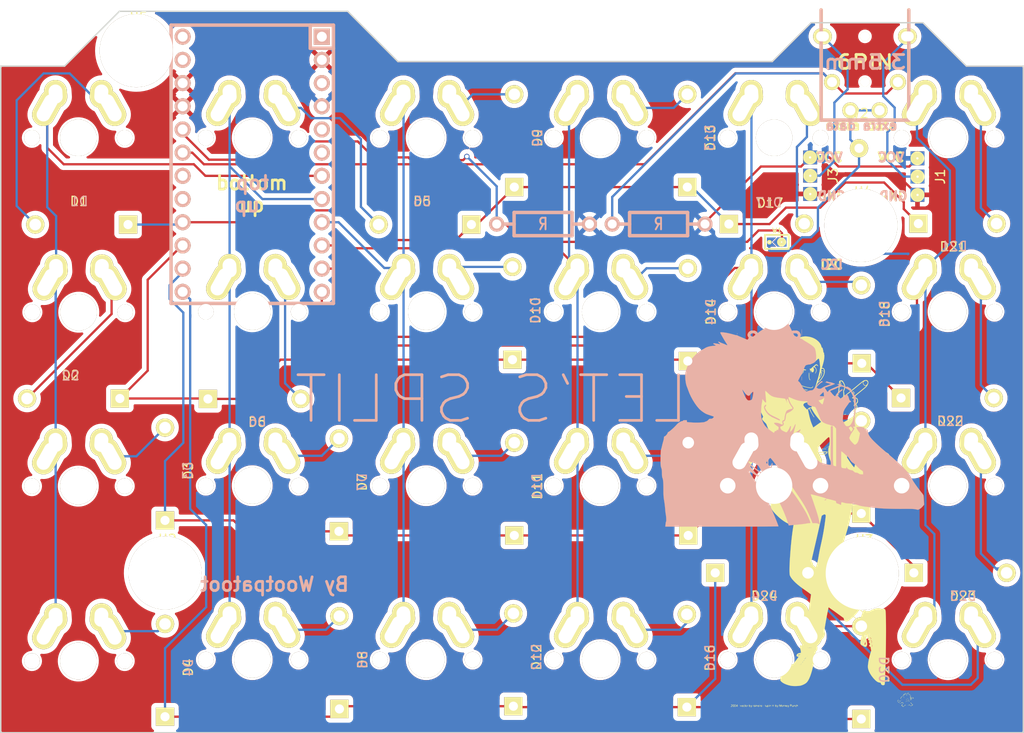
<source format=kicad_pcb>
(kicad_pcb (version 20221018) (generator pcbnew)
  (layers (0 "F.Cu" signal) (31 "B.Cu" signal) (34 "B.Paste" user) (35 "F.Paste" user) (36 "B.SilkS" user "B.Silkscreen") (37 "F.SilkS" user "F.Silkscreen") (38 "B.Mask" user) (39 "F.Mask" user) (44 "Edge.Cuts" user))
  (net 0 "")
  (net 1 "Net-(D1-Pad2)")
  (net 2 "row0")
  (net 3 "Net-(D2-Pad2)")
  (net 4 "row1")
  (net 5 "Net-(D3-Pad2)")
  (net 6 "row2")
  (net 7 "Net-(D4-Pad2)")
  (net 8 "row3")
  (net 9 "Net-(D5-Pad2)")
  (net 10 "Net-(D6-Pad2)")
  (net 11 "Net-(D7-Pad2)")
  (net 12 "Net-(D8-Pad2)")
  (net 13 "Net-(D9-Pad2)")
  (net 14 "Net-(D10-Pad2)")
  (net 15 "Net-(D11-Pad2)")
  (net 16 "Net-(D12-Pad2)")
  (net 17 "Net-(D13-Pad2)")
  (net 18 "Net-(D14-Pad2)")
  (net 19 "Net-(D15-Pad2)")
  (net 20 "Net-(D16-Pad2)")
  (net 21 "Net-(D17-Pad2)")
  (net 22 "Net-(D18-Pad2)")
  (net 23 "Net-(D19-Pad2)")
  (net 24 "Net-(D20-Pad2)")
  (net 25 "Net-(D21-Pad2)")
  (net 26 "Net-(D22-Pad2)")
  (net 27 "Net-(D23-Pad2)")
  (net 28 "Net-(D24-Pad2)")
  (net 29 "GND")
  (net 30 "Net-(J1-Pad2)")
  (net 31 "VCC")
  (net 32 "data")
  (net 33 "xtradata")
  (net 34 "Net-(J2-Pad4)")
  (net 35 "Net-(R1-Pad2)")
  (net 36 "col0")
  (net 37 "col1")
  (net 38 "col2")
  (net 39 "col3")
  (net 40 "col4")
  (net 41 "col5")
  (net 42 "Net-(U1-Pad1)")
  (net 43 "Net-(U1-Pad3)")
  (net 44 "Net-(U1-Pad5)")
  (net 45 "Net-(U1-Pad6)")
  (net 46 "Net-(U1-Pad22)")
  (net 47 "Net-(U1-Pad23)")
  (net 48 "Net-(U1-Pad28)")
  (net 49 "Net-(U1-Pad29)")
  (footprint "Diodes_THT:Diode_DO-41_SOD81_Horizontal_RM10" (layer "F.Cu") (at 50.95 56.35 180)
    (fp_text reference "D1")
    (fp_text value "D")
  )
  (footprint "Diodes_THT:Diode_DO-41_SOD81_Horizontal_RM10" (layer "F.Cu") (at 50.05 75.4 180)
    (fp_text reference "D2")
    (fp_text value "D")
  )
  (footprint "Diodes_THT:Diode_DO-41_SOD81_Horizontal_RM10" (layer "F.Cu") (at 55 88.75 90)
    (fp_text reference "D3")
    (fp_text value "D")
  )
  (footprint "Diodes_THT:Diode_DO-41_SOD81_Horizontal_RM10" (layer "F.Cu") (at 55 110.25 90)
    (fp_text reference "D4")
    (fp_text value "D")
  )
  (footprint "Diodes_THT:Diode_DO-41_SOD81_Horizontal_RM10" (layer "F.Cu") (at 88.55 56.35 180)
    (fp_text reference "D5")
    (fp_text value "D")
  )
  (footprint "Diodes_THT:Diode_DO-41_SOD81_Horizontal_RM10" (layer "F.Cu") (at 59.7 75.45)
    (fp_text reference "D6")
    (fp_text value "D")
  )
  (footprint "Diodes_THT:Diode_DO-41_SOD81_Horizontal_RM10" (layer "F.Cu") (at 74.05 89.95 90)
    (fp_text reference "D7")
    (fp_text value "D")
  )
  (footprint "Diodes_THT:Diode_DO-41_SOD81_Horizontal_RM10" (layer "F.Cu") (at 74.1 109.4 90)
    (fp_text reference "D8")
    (fp_text value "D")
  )
  (footprint "Diodes_THT:Diode_DO-41_SOD81_Horizontal_RM10" (layer "F.Cu") (at 93.25 52.25 90)
    (fp_text reference "D9")
    (fp_text value "D")
  )
  (footprint "Diodes_THT:Diode_DO-41_SOD81_Horizontal_RM10" (layer "F.Cu") (at 93.05 71.15 90)
    (fp_text reference "D10")
    (fp_text value "D")
  )
  (footprint "Diodes_THT:Diode_DO-41_SOD81_Horizontal_RM10" (layer "F.Cu") (at 93.25 90.4 90)
    (fp_text reference "D11")
    (fp_text value "D")
  )
  (footprint "Diodes_THT:Diode_DO-41_SOD81_Horizontal_RM10" (layer "F.Cu") (at 93.15 109.1 90)
    (fp_text reference "D12")
    (fp_text value "D")
  )
  (footprint "Diodes_THT:Diode_DO-41_SOD81_Horizontal_RM10" (layer "F.Cu") (at 112.2 52.25 90)
    (fp_text reference "D13")
    (fp_text value "D")
  )
  (footprint "Diodes_THT:Diode_DO-41_SOD81_Horizontal_RM10" (layer "F.Cu") (at 112.25 71.3 90)
    (fp_text reference "D14")
    (fp_text value "D")
  )
  (footprint "Diodes_THT:Diode_DO-41_SOD81_Horizontal_RM10" (layer "F.Cu") (at 112.3 90.4 90)
    (fp_text reference "D15")
    (fp_text value "D")
  )
  (footprint "Diodes_THT:Diode_DO-41_SOD81_Horizontal_RM10" (layer "F.Cu") (at 112.15 109.2 90)
    (fp_text reference "D16")
    (fp_text value "D")
  )
  (footprint "Diodes_THT:Diode_DO-41_SOD81_Horizontal_RM10" (layer "F.Cu") (at 116.75 56.3)
    (fp_text reference "D17")
    (fp_text value "D")
  )
  (footprint "Diodes_THT:Diode_DO-41_SOD81_Horizontal_RM10" (layer "F.Cu") (at 131.3 71.55 90)
    (fp_text reference "D18")
    (fp_text value "D")
  )
  (footprint "Diodes_THT:Diode_DO-41_SOD81_Horizontal_RM10" (layer "F.Cu") (at 131.25 88 90)
    (fp_text reference "D19")
    (fp_text value "D")
  )
  (footprint "Diodes_THT:Diode_DO-41_SOD81_Horizontal_RM10" (layer "F.Cu") (at 131.25 110.5 90)
    (fp_text reference "D20")
    (fp_text value "D")
  )
  (footprint "Diodes_THT:Diode_DO-41_SOD81_Horizontal_RM10" (layer "F.Cu") (at 135.9 56.25)
    (fp_text reference "D21")
    (fp_text value "D")
  )
  (footprint "Diodes_THT:Diode_DO-41_SOD81_Horizontal_RM10" (layer "F.Cu") (at 135.6 75.35)
    (fp_text reference "D22")
    (fp_text value "D")
  )
  (footprint "Diodes_THT:Diode_DO-41_SOD81_Horizontal_RM10" (layer "F.Cu") (at 137 94.5)
    (fp_text reference "D23")
    (fp_text value "D")
  )
  (footprint "Diodes_THT:Diode_DO-41_SOD81_Horizontal_RM10" (layer "F.Cu") (at 115.25 94.5)
    (fp_text reference "D24")
    (fp_text value "D")
  )
  (footprint "local:4pin35mmAudio" (layer "F.Cu") (at 131.65 32.85 -90)
    (fp_text reference "J2" hide)
    (fp_text value "6PIN")
  )
  (footprint "local:MXALPS_FLIP" (layer "F.Cu") (at 45.5 46.85)
    (fp_text reference "SW1" hide)
    (fp_text value "SW_PUSH" hide)
  )
  (footprint "local:MXALPS_FLIP" (layer "F.Cu") (at 45.55 65.95)
    (fp_text reference "SW2" hide)
    (fp_text value "SW_PUSH" hide)
  )
  (footprint "local:MXALPS_FLIP" (layer "F.Cu") (at 45.5 85)
    (fp_text reference "SW3" hide)
    (fp_text value "SW_PUSH" hide)
  )
  (footprint "local:MXALPS_FLIP" (layer "F.Cu") (at 45.5 104.15)
    (fp_text reference "SW4" hide)
    (fp_text value "SW_PUSH" hide)
  )
  (footprint "local:MXALPS_FLIP" (layer "F.Cu") (at 64.55 46.85)
    (fp_text reference "SW5" hide)
    (fp_text value "SW_PUSH" hide)
  )
  (footprint "local:MXALPS_FLIP" (layer "F.Cu") (at 64.55 65.9)
    (fp_text reference "SW6" hide)
    (fp_text value "SW_PUSH" hide)
  )
  (footprint "local:MXALPS_FLIP" (layer "F.Cu") (at 64.55 84.95)
    (fp_text reference "SW7" hide)
    (fp_text value "SW_PUSH" hide)
  )
  (footprint "local:MXALPS_FLIP" (layer "F.Cu") (at 64.55 104)
    (fp_text reference "SW8" hide)
    (fp_text value "SW_PUSH" hide)
  )
  (footprint "local:MXALPS_FLIP" (layer "F.Cu") (at 83.6 46.85)
    (fp_text reference "SW9" hide)
    (fp_text value "SW_PUSH" hide)
  )
  (footprint "local:MXALPS_FLIP" (layer "F.Cu") (at 83.6 65.9)
    (fp_text reference "SW10" hide)
    (fp_text value "SW_PUSH" hide)
  )
  (footprint "local:MXALPS_FLIP" (layer "F.Cu") (at 83.6 84.95)
    (fp_text reference "SW11" hide)
    (fp_text value "SW_PUSH" hide)
  )
  (footprint "local:MXALPS_FLIP" (layer "F.Cu") (at 83.6 104)
    (fp_text reference "SW12" hide)
    (fp_text value "SW_PUSH" hide)
  )
  (footprint "local:MXALPS_FLIP" (layer "F.Cu") (at 102.65 46.85)
    (fp_text reference "SW13" hide)
    (fp_text value "SW_PUSH" hide)
  )
  (footprint "local:MXALPS_FLIP" (layer "F.Cu") (at 102.65 65.9)
    (fp_text reference "SW14" hide)
    (fp_text value "SW_PUSH" hide)
  )
  (footprint "local:MXALPS_FLIP" (layer "F.Cu") (at 102.65 84.95)
    (fp_text reference "SW15" hide)
    (fp_text value "SW_PUSH" hide)
  )
  (footprint "local:MXALPS_FLIP" (layer "F.Cu") (at 102.65 104)
    (fp_text reference "SW16" hide)
    (fp_text value "SW_PUSH" hide)
  )
  (footprint "local:MXALPS_FLIP" (layer "F.Cu") (at 121.7 46.85)
    (fp_text reference "SW17" hide)
    (fp_text value "SW_PUSH" hide)
  )
  (footprint "local:MXALPS_FLIP" (layer "F.Cu") (at 121.7 65.9)
    (fp_text reference "SW18")
    (fp_text value "SW_PUSH" hide)
  )
  (footprint "local:MXALPS_FLIP" (layer "F.Cu") (at 121.7 84.95)
    (fp_text reference "SW19" hide)
    (fp_text value "SW_PUSH" hide)
  )
  (footprint "local:MXALPS_FLIP" (layer "F.Cu") (at 121.7 104)
    (fp_text reference "SW20" hide)
    (fp_text value "SW_PUSH" hide)
  )
  (footprint "local:MXALPS_FLIP" (layer "F.Cu") (at 140.75 46.85)
    (fp_text reference "SW21" hide)
    (fp_text value "SW_PUSH" hide)
  )
  (footprint "local:MXALPS_FLIP" (layer "F.Cu") (at 140.75 65.9)
    (fp_text reference "SW22" hide)
    (fp_text value "SW_PUSH" hide)
  )
  (footprint "local:MXALPS_FLIP" (layer "F.Cu") (at 140.75 84.95)
    (fp_text reference "SW23" hide)
    (fp_text value "SW_PUSH" hide)
  )
  (footprint "local:MXALPS_FLIP" (layer "F.Cu") (at 140.75 104)
    (fp_text reference "SW24" hide)
    (fp_text value "SW_PUSH" hide)
  )
  (footprint "Wire_Pads:SolderWirePad_single_2mmDrill" (layer "F.Cu") (at 131 48)
    (fp_text reference "W2")
    (fp_text value "TEST_1P")
  )
  (footprint "local:jumper" (layer "F.Cu") (at 139.4 51.1 90)
    (fp_text reference "J1")
    (fp_text value "3PIN")
  )
  (footprint "local:jumper" (layer "F.Cu") (at 127.65 51 90)
    (fp_text reference "J3")
    (fp_text value "3PIN")
  )
  (footprint "local:JUMPER_SMD_2DUB" (layer "F.Cu") (at 122 58.25)
    (fp_text reference "W1")
    (fp_text value "TEST")
  )
  (footprint "local:HOLE" (layer "F.Cu") (at 56.65 95.2)
    (fp_text reference "U2")
    (fp_text value "HOLE")
  )
  (footprint "local:HOLE" (layer "F.Cu") (at 133 95.25)
    (fp_text reference "U3")
    (fp_text value "HOLE")
  )
  (footprint "local:HOLE" (layer "F.Cu") (at 132.85 57.15)
    (fp_text reference "U4")
    (fp_text value "HOLE")
  )
  (footprint "local:HOLE" (layer "F.Cu") (at 53.5 38)
    (fp_text reference "U5")
    (fp_text value "HOLE")
  )
  (footprint "LOGO" (layer "F.Cu") (at 127 87.75)
    (fp_text reference "G***" hide)
    (fp_text value "LOGO" hide)
  )
  (footprint "local:RESISTOR" (layer "B.Cu") (at 96.4 56.3 180)
    (fp_text reference "R1" hide)
    (fp_text value "R")
  )
  (footprint "local:RESISTOR" (layer "B.Cu") (at 109.05 56.3)
    (fp_text reference "R2" hide)
    (fp_text value "R")
  )
  (footprint "local:TEENSY_2.0" (layer "B.Cu") (at 64.55 49.75 -90)
    (fp_text reference "U1" hide)
    (fp_text value "")
  )
  (footprint "LOGO" (layer "B.Cu") (at 118.75 78 180)
    (fp_text reference "G***" hide)
    (fp_text value "LOGO" hide)
  )
  (gr_line (start 50 33) (end 75 33) (stroke (width 0.15)) (layer "Edge.Cuts"))
  (gr_line (start 121.5 38.5) (end 125.75 34.25) (stroke (width 0.15)) (layer "Edge.Cuts"))
  (gr_line (start 125.75 34.25) (end 138 34.25) (stroke (width 0.15)) (layer "Edge.Cuts"))
  (gr_line (start 37 39) (end 44 39) (stroke (width 0.15)) (layer "Edge.Cuts"))
  (gr_line (start 37 112) (end 37 39) (stroke (width 0.15)) (layer "Edge.Cuts"))
  (gr_line (start 149 112) (end 37 112) (stroke (width 0.15)) (layer "Edge.Cuts"))
  (gr_line (start 138 34.25) (end 142.75 39) (stroke (width 0.15)) (layer "Edge.Cuts"))
  (gr_line (start 142.75 39) (end 149 39) (stroke (width 0.15)) (layer "Edge.Cuts"))
  (gr_line (start 80.5 38.5) (end 121.5 38.5) (stroke (width 0.15)) (layer "Edge.Cuts"))
  (gr_line (start 75 33) (end 80.5 38.5) (stroke (width 0.15)) (layer "Edge.Cuts"))
  (gr_line (start 149 111.75) (end 149 112) (stroke (width 0.15)) (layer "Edge.Cuts"))
  (gr_line (start 149 39) (end 149 111.75) (stroke (width 0.15)) (layer "Edge.Cuts"))
  (gr_line (start 44 39) (end 50 33) (stroke (width 0.15)) (layer "Edge.Cuts"))
  (gr_text "extra data\n" (at 131.25 45.5) (layer "B.SilkS") (effects (font (size 1 1) (thickness 0.25)) (justify mirror)))
  (gr_text "VCC" (at 127.75 49) (layer "B.SilkS") (effects (font (size 1 1) (thickness 0.25)) (justify mirror)))
  (gr_text "By Wootpatoot\n" (at 67 95.75) (layer "B.SilkS") (effects (font (size 1.5 1.5) (thickness 0.3)) (justify mirror)))
  (gr_text "VCC\n" (at 134.5 49) (layer "B.SilkS") (effects (font (size 1 1) (thickness 0.25)) (justify mirror)))
  (gr_text "I2C\n" (at 128 60.75) (layer "B.SilkS") (effects (font (size 1 1) (thickness 0.25)) (justify mirror)))
  (gr_text "GND\n" (at 134.75 53.25) (layer "B.SilkS") (effects (font (size 1 1) (thickness 0.25)) (justify mirror)))
  (gr_text "GND" (at 128 53.25) (layer "B.SilkS") (effects (font (size 1 1) (thickness 0.25)) (justify mirror)))
  (gr_text "LET'S SPLIT" (at 90.75 75.5) (layer "B.SilkS") (effects (font (size 5 5) (thickness 0.3)) (justify mirror)))
  (gr_text "top \nup\n" (at 64 53) (layer "B.SilkS") (effects (font (size 1.5 1.5) (thickness 0.3)) (justify mirror)))
  (gr_text "GND" (at 128 53.25) (layer "F.SilkS") (effects (font (size 1 1) (thickness 0.25))))
  (gr_text "extra data" (at 131.25 45.5) (layer "F.SilkS") (effects (font (size 1 1) (thickness 0.25))))
  (gr_text "I2C\n" (at 128 60.75) (layer "F.SilkS") (effects (font (size 1 1) (thickness 0.25))))
  (gr_text "VCC" (at 134.5 49) (layer "F.SilkS") (effects (font (size 1 1) (thickness 0.25))))
  (gr_text "VCC" (at 127.75 49) (layer "F.SilkS") (effects (font (size 1 1) (thickness 0.25))))
  (gr_text "GND\n" (at 134.75 53.25) (layer "F.SilkS") (effects (font (size 1 1) (thickness 0.25))))
  (gr_text "bottom\nup\n" (at 64.5 53) (layer "F.SilkS") (effects (font (size 1.5 1.5) (thickness 0.3))))
  (segment (start 129.5 57.95) (end 129.35 57.8) (width 0.25) (layer "F.Cu") (net 0))
  (segment (start 129.5 58) (end 129.5 57.95) (width 0.25) (layer "F.Cu") (net 0))
  (segment (start 136.4 59.55) (end 136.35 59.6) (width 0.25) (layer "B.Cu") (net 0))
  (segment (start 130.2 59.55) (end 130.15 59.6) (width 0.25) (layer "B.Cu") (net 0))
  (segment (start 136.4 59.55) (end 130.2 59.55) (width 0.25) (layer "B.Cu") (net 0))
  (segment (start 48.33 43.58) (end 44.55 39.8) (width 0.25) (layer "B.Cu") (net 1))
  (segment (start 44.55 39.8) (end 41.7 39.8) (width 0.25) (layer "B.Cu") (net 1))
  (segment (start 41.7 39.8) (end 38.75 42.75) (width 0.25) (layer "B.Cu") (net 1))
  (segment (start 38.75 42.75) (end 38.75 54.31254) (width 0.25) (layer "B.Cu") (net 1))
  (segment (start 38.75 54.31254) (end 40.79 56.35254) (width 0.25) (layer "B.Cu") (net 1))
  (segment (start 49.095 43.58) (end 48.33 43.58) (width 0.25) (layer "B.Cu") (net 1))
  (segment (start 69.75 56.1) (end 71.05 54.8) (width 0.25) (layer "F.Cu") (net 2))
  (segment (start 71.05 54.8) (end 74.35 54.8) (width 0.25) (layer "F.Cu") (net 2))
  (segment (start 74.35 54.8) (end 77.6 58.05) (width 0.25) (layer "F.Cu") (net 2))
  (segment (start 77.6 58.05) (end 86.85254 58.05) (width 0.25) (layer "F.Cu") (net 2))
  (segment (start 86.85254 58.05) (end 88.55 56.35254) (width 0.25) (layer "F.Cu") (net 2))
  (segment (start 89.14492 56.35254) (end 93.24746 52.25) (width 0.25) (layer "F.Cu") (net 2))
  (segment (start 121.20254 56.29746) (end 123 54.5) (width 0.25) (layer "F.Cu") (net 2))
  (segment (start 123 54.5) (end 126.75 54.5) (width 0.25) (layer "F.Cu") (net 2))
  (segment (start 126.75 54.5) (end 129.5 51.75) (width 0.25) (layer "F.Cu") (net 2))
  (segment (start 129.5 51.75) (end 133.75 51.75) (width 0.25) (layer "F.Cu") (net 2))
  (segment (start 133.75 51.75) (end 135.9 53.9) (width 0.25) (layer "F.Cu") (net 2))
  (segment (start 135.9 54.65) (end 137.5 56.25) (width 0.25) (layer "F.Cu") (net 2))
  (segment (start 116.75 56.29746) (end 121.20254 56.29746) (width 0.25) (layer "F.Cu") (net 2))
  (segment (start 56.93 56.1) (end 69.75 56.1) (width 0.25) (layer "F.Cu") (net 2))
  (segment (start 88.55 56.35254) (end 89.14492 56.35254) (width 0.25) (layer "F.Cu") (net 2))
  (segment (start 93.24746 52.25) (end 112.19746 52.25) (width 0.25) (layer "F.Cu") (net 2))
  (segment (start 135.9 53.9) (end 135.9 54.65) (width 0.25) (layer "F.Cu") (net 2))
  (segment (start 56.67746 56.35254) (end 56.93 56.1) (width 0.25) (layer "B.Cu") (net 2))
  (segment (start 112.70254 52.25) (end 116.75 56.29746) (width 0.25) (layer "B.Cu") (net 2))
  (segment (start 112.19746 52.25) (end 112.70254 52.25) (width 0.25) (layer "B.Cu") (net 2))
  (segment (start 50.95 56.35254) (end 56.67746 56.35254) (width 0.25) (layer "B.Cu") (net 2))
  (segment (start 49.145 66.14754) (end 39.89 75.40254) (width 0.25) (layer "F.Cu") (net 3))
  (segment (start 49.145 62.68) (end 49.145 66.14754) (width 0.25) (layer "F.Cu") (net 3))
  (segment (start 59.65508 75.40254) (end 59.7 75.44746) (width 0.25) (layer "F.Cu") (net 4))
  (segment (start 56.86 58.64) (end 53.1 62.4) (width 0.25) (layer "F.Cu") (net 4))
  (segment (start 53.1 62.4) (end 53.1 72.35254) (width 0.25) (layer "F.Cu") (net 4))
  (segment (start 53.1 72.35254) (end 50.05 75.40254) (width 0.25) (layer "F.Cu") (net 4))
  (segment (start 63.35254 75.44746) (end 67.65 71.15) (width 0.25) (layer "F.Cu") (net 4))
  (segment (start 67.65 71.15) (end 93.04746 71.15) (width 0.25) (layer "F.Cu") (net 4))
  (segment (start 112.09746 71.15) (end 112.49746 71.55) (width 0.25) (layer "F.Cu") (net 4))
  (segment (start 112.49746 71.55) (end 131.80254 71.55) (width 0.25) (layer "F.Cu") (net 4))
  (segment (start 131.80254 71.55) (end 135.6 75.34746) (width 0.25) (layer "F.Cu") (net 4))
  (segment (start 59.7 75.44746) (end 63.35254 75.44746) (width 0.25) (layer "F.Cu") (net 4))
  (segment (start 56.93 58.64) (end 56.86 58.64) (width 0.25) (layer "F.Cu") (net 4))
  (segment (start 93.04746 71.15) (end 112.09746 71.15) (width 0.25) (layer "F.Cu") (net 4))
  (segment (start 50.05 75.40254) (end 59.65508 75.40254) (width 0.25) (layer "F.Cu") (net 4))
  (segment (start 51.85746 81.73) (end 54.99746 78.59) (width 0.25) (layer "B.Cu") (net 5))
  (segment (start 49.095 81.73) (end 51.85746 81.73) (width 0.25) (layer "B.Cu") (net 5))
  (segment (start 112.44746 90.25) (end 112.29746 90.4) (width 0.25) (layer "F.Cu") (net 6))
  (segment (start 112.29746 90.4) (end 74.49746 90.4) (width 0.25) (layer "F.Cu") (net 6))
  (segment (start 74.49746 90.4) (end 73.99746 89.9) (width 0.25) (layer "F.Cu") (net 6))
  (segment (start 62.5 88.75) (end 63.7 89.95) (width 0.25) (layer "F.Cu") (net 6))
  (segment (start 63.7 89.95) (end 74.04746 89.95) (width 0.25) (layer "F.Cu") (net 6))
  (segment (start 137 93.75254) (end 131.24746 88) (width 0.25) (layer "F.Cu") (net 6))
  (segment (start 114.69746 88) (end 112.29746 90.4) (width 0.25) (layer "F.Cu") (net 6))
  (segment (start 131.24746 88) (end 114.69746 88) (width 0.25) (layer "F.Cu") (net 6))
  (segment (start 137 94.49746) (end 137 93.75254) (width 0.25) (layer "F.Cu") (net 6))
  (segment (start 54.99746 88.75) (end 62.5 88.75) (width 0.25) (layer "F.Cu") (net 6))
  (segment (start 54.99746 82.25254) (end 57 80.25) (width 0.25) (layer "B.Cu") (net 6))
  (segment (start 57 80.25) (end 57 66) (width 0.25) (layer "B.Cu") (net 6))
  (segment (start 55.5 64.5) (end 55.5 63) (width 0.25) (layer "B.Cu") (net 6))
  (segment (start 55.5 63) (end 56.93 61.57) (width 0.25) (layer "B.Cu") (net 6))
  (segment (start 56.93 61.57) (end 56.93 61.18) (width 0.25) (layer "B.Cu") (net 6))
  (segment (start 57 66) (end 55.5 64.5) (width 0.25) (layer "B.Cu") (net 6))
  (segment (start 56.93 61.18) (end 56.32 61.18) (width 0.25) (layer "B.Cu") (net 6))
  (segment (start 54.99746 88.75) (end 54.99746 82.25254) (width 0.25) (layer "B.Cu") (net 6))
  (segment (start 48.64 98.74) (end 48.02 99.36) (width 0.25) (layer "B.Cu") (net 7))
  (segment (start 48.02 99.36) (end 49.095 100.88) (width 0.25) (layer "B.Cu") (net 7))
  (segment (start 54.20746 100.88) (end 54.99746 100.09) (width 0.25) (layer "B.Cu") (net 7))
  (segment (start 49.095 100.88) (end 54.20746 100.88) (width 0.25) (layer "B.Cu") (net 7))
  (segment (start 112.19746 109.25) (end 112.14746 109.2) (width 0.25) (layer "F.Cu") (net 8))
  (segment (start 93.24746 109.2) (end 93.14746 109.1) (width 0.25) (layer "F.Cu") (net 8))
  (segment (start 74.39746 109.1) (end 74.09746 109.4) (width 0.25) (layer "F.Cu") (net 8))
  (segment (start 73.24746 110.25) (end 74.09746 109.4) (width 0.25) (layer "F.Cu") (net 8))
  (segment (start 115.75 110.5) (end 114.45 109.2) (width 0.25) (layer "F.Cu") (net 8))
  (segment (start 114.45 109.2) (end 112.14746 109.2) (width 0.25) (layer "F.Cu") (net 8))
  (segment (start 112.14746 109.2) (end 93.24746 109.2) (width 0.25) (layer "F.Cu") (net 8))
  (segment (start 131.24746 110.5) (end 115.75 110.5) (width 0.25) (layer "F.Cu") (net 8))
  (segment (start 54.99746 110.25) (end 73.24746 110.25) (width 0.25) (layer "F.Cu") (net 8))
  (segment (start 93.14746 109.1) (end 74.39746 109.1) (width 0.25) (layer "F.Cu") (net 8))
  (segment (start 115.25 106.09746) (end 112.14746 109.2) (width 0.25) (layer "B.Cu") (net 8))
  (segment (start 54.99746 102.75254) (end 59.5 98.25) (width 0.25) (layer "B.Cu") (net 8))
  (segment (start 59.5 98.25) (end 59.5 89.25) (width 0.25) (layer "B.Cu") (net 8))
  (segment (start 59.5 89.25) (end 57.75 87.5) (width 0.25) (layer "B.Cu") (net 8))
  (segment (start 57.75 66.25) (end 57.75 66.5) (width 0.25) (layer "B.Cu") (net 8))
  (segment (start 57.75 64.54) (end 56.93 63.72) (width 0.25) (layer "B.Cu") (net 8))
  (segment (start 57.75 66.25) (end 57.75 64.54) (width 0.25) (layer "B.Cu") (net 8))
  (segment (start 57.75 87.5) (end 57.75 66.25) (width 0.25) (layer "B.Cu") (net 8))
  (segment (start 115.25 94.49746) (end 115.25 106.09746) (width 0.25) (layer "B.Cu") (net 8))
  (segment (start 54.99746 110.25) (end 54.99746 102.75254) (width 0.25) (layer "B.Cu") (net 8))
  (segment (start 69.88 43.58) (end 71 44.7) (width 0.25) (layer "B.Cu") (net 9))
  (segment (start 71 44.7) (end 74.15 44.7) (width 0.25) (layer "B.Cu") (net 9))
  (segment (start 74.15 44.7) (end 76.45 47) (width 0.25) (layer "B.Cu") (net 9))
  (segment (start 76.45 47) (end 76.45 54.41254) (width 0.25) (layer "B.Cu") (net 9))
  (segment (start 76.45 54.41254) (end 78.39 56.35254) (width 0.25) (layer "B.Cu") (net 9))
  (segment (start 68.145 43.58) (end 69.88 43.58) (width 0.25) (layer "B.Cu") (net 9))
  (segment (start 68.145 73.73246) (end 69.86 75.44746) (width 0.25) (layer "B.Cu") (net 10))
  (segment (start 68.145 62.63) (end 68.145 73.73246) (width 0.25) (layer "B.Cu") (net 10))
  (segment (start 72.15746 81.68) (end 74.04746 79.79) (width 0.25) (layer "B.Cu") (net 11))
  (segment (start 68.145 81.68) (end 72.15746 81.68) (width 0.25) (layer "B.Cu") (net 11))
  (segment (start 72.60746 100.73) (end 74.09746 99.24) (width 0.25) (layer "B.Cu") (net 12))
  (segment (start 68.145 100.73) (end 72.60746 100.73) (width 0.25) (layer "B.Cu") (net 12))
  (segment (start 88.685 42.09) (end 87.195 43.58) (width 0.25) (layer "B.Cu") (net 13))
  (segment (start 93.24746 42.09) (end 88.685 42.09) (width 0.25) (layer "B.Cu") (net 13))
  (segment (start 86.24 60.99) (end 86.12 61.11) (width 0.25) (layer "B.Cu") (net 14))
  (segment (start 86.12 61.11) (end 87.195 62.63) (width 0.25) (layer "B.Cu") (net 14))
  (segment (start 93.04746 60.99) (end 86.24 60.99) (width 0.25) (layer "B.Cu") (net 14))
  (segment (start 91.80746 81.68) (end 93.24746 80.24) (width 0.25) (layer "B.Cu") (net 15))
  (segment (start 87.195 81.68) (end 91.80746 81.68) (width 0.25) (layer "B.Cu") (net 15))
  (segment (start 91.35746 100.73) (end 93.14746 98.94) (width 0.25) (layer "B.Cu") (net 16))
  (segment (start 87.195 100.73) (end 91.35746 100.73) (width 0.25) (layer "B.Cu") (net 16))
  (segment (start 110.70746 43.58) (end 112.19746 42.09) (width 0.25) (layer "B.Cu") (net 17))
  (segment (start 106.245 43.58) (end 110.70746 43.58) (width 0.25) (layer "B.Cu") (net 17))
  (segment (start 107.735 61.14) (end 106.245 62.63) (width 0.25) (layer "B.Cu") (net 18))
  (segment (start 112.24746 61.14) (end 107.735 61.14) (width 0.25) (layer "B.Cu") (net 18))
  (segment (start 110.85746 81.68) (end 112.29746 80.24) (width 0.25) (layer "B.Cu") (net 19))
  (segment (start 106.245 81.68) (end 110.85746 81.68) (width 0.25) (layer "B.Cu") (net 19))
  (segment (start 111.37 100.73) (end 112.14746 99.95254) (width 0.25) (layer "B.Cu") (net 20))
  (segment (start 112.14746 99.95254) (end 112.14746 99.04) (width 0.25) (layer "B.Cu") (net 20))
  (segment (start 106.245 100.73) (end 111.37 100.73) (width 0.25) (layer "B.Cu") (net 20))
  (segment (start 125.295 46.755) (end 124.2 47.85) (width 0.25) (layer "B.Cu") (net 21))
  (segment (start 124.2 47.85) (end 124.2 53.5) (width 0.25) (layer "B.Cu") (net 21))
  (segment (start 124.2 53.5) (end 124.2 53.58746) (width 0.25) (layer "B.Cu") (net 21))
  (segment (start 124.2 55.45) (end 125 56.25) (width 0.25) (layer "B.Cu") (net 21))
  (segment (start 125.295 43.58) (end 125.295 46.755) (width 0.25) (layer "B.Cu") (net 21))
  (segment (start 124.2 53.5) (end 124.2 55.45) (width 0.25) (layer "B.Cu") (net 21))
  (segment (start 130.88 62.63) (end 131.25 63) (width 0.25) (layer "B.Cu") (net 22))
  (segment (start 125.295 62.63) (end 130.88 62.63) (width 0.25) (layer "B.Cu") (net 22))
  (segment (start 125.32 81.68) (end 129.16 77.84) (width 0.25) (layer "B.Cu") (net 23))
  (segment (start 129.16 77.84) (end 131.24746 77.84) (width 0.25) (layer "B.Cu") (net 23))
  (segment (start 125.295 81.68) (end 125.32 81.68) (width 0.25) (layer "B.Cu") (net 23))
  (segment (start 124.34 99.09) (end 124.22 99.21) (width 0.25) (layer "F.Cu") (net 24))
  (segment (start 124.22 99.21) (end 125.295 100.73) (width 0.25) (layer "F.Cu") (net 24))
  (segment (start 125.685 100.34) (end 125.295 100.73) (width 0.25) (layer "F.Cu") (net 24))
  (segment (start 131.24746 100.34) (end 125.685 100.34) (width 0.25) (layer "F.Cu") (net 24))
  (segment (start 144.345 54.53246) (end 146.06 56.24746) (width 0.25) (layer "B.Cu") (net 25))
  (segment (start 144.345 43.58) (end 144.345 54.53246) (width 0.25) (layer "B.Cu") (net 25))
  (segment (start 144.345 73.93246) (end 145.76 75.34746) (width 0.25) (layer "B.Cu") (net 26))
  (segment (start 144.345 62.63) (end 144.345 73.93246) (width 0.25) (layer "B.Cu") (net 26))
  (segment (start 144.345 92.38246) (end 145.98127 94.01873) (width 0.25) (layer "B.Cu") (net 27))
  (segment (start 145.98127 94.01873) (end 146.11 94.14746) (width 0.25) (layer "B.Cu") (net 27))
  (segment (start 146.68127 94.01873) (end 147.16 94.49746) (width 0.25) (layer "B.Cu") (net 27))
  (segment (start 145.98127 94.01873) (end 146.68127 94.01873) (width 0.25) (layer "B.Cu") (net 27))
  (segment (start 144.345 81.68) (end 144.345 92.38246) (width 0.25) (layer "B.Cu") (net 27))
  (segment (start 125.41 96.41) (end 135.75 106.75) (width 0.25) (layer "B.Cu") (net 28))
  (segment (start 135.75 106.75) (end 143.25 106.75) (width 0.25) (layer "B.Cu") (net 28))
  (segment (start 143.25 106.75) (end 144 106) (width 0.25) (layer "B.Cu") (net 28))
  (segment (start 144 106) (end 144 101.075) (width 0.25) (layer "B.Cu") (net 28))
  (segment (start 144 101.075) (end 144.345 100.73) (width 0.25) (layer "B.Cu") (net 28))
  (segment (start 125.41 94.49746) (end 125.41 96.41) (width 0.25) (layer "B.Cu") (net 28))
  (segment (start 127.25 53) (end 129.5 50.75) (width 0.25) (layer "F.Cu") (net 29))
  (segment (start 129.5 50.75) (end 135.05 50.75) (width 0.25) (layer "F.Cu") (net 29))
  (segment (start 135.05 50.75) (end 137.4 53.1) (width 0.25) (layer "F.Cu") (net 29))
  (segment (start 139.35 53.1) (end 139.5 53.25) (width 0.25) (layer "F.Cu") (net 29))
  (segment (start 125.65 53) (end 127.25 53) (width 0.25) (layer "F.Cu") (net 29))
  (segment (start 137.4 53.1) (end 139.35 53.1) (width 0.25) (layer "F.Cu") (net 29))
  (segment (start 136.2982 36.0018) (end 133.65 38.65) (width 0.25) (layer "B.Cu") (net 30))
  (segment (start 133.65 38.65) (end 133.65 42.3) (width 0.25) (layer "B.Cu") (net 30))
  (segment (start 133.65 42.3) (end 134.9 43.55) (width 0.25) (layer "B.Cu") (net 30))
  (segment (start 134.9 43.55) (end 134.9 45.45) (width 0.25) (layer "B.Cu") (net 30))
  (segment (start 134.9 45.45) (end 134.1 46.25) (width 0.25) (layer "B.Cu") (net 30))
  (segment (start 134.1 46.25) (end 134.1 49.3) (width 0.25) (layer "B.Cu") (net 30))
  (segment (start 134.1 49.3) (end 135.9 51.1) (width 0.25) (layer "B.Cu") (net 30))
  (segment (start 135.9 51.1) (end 137.4 51.1) (width 0.25) (layer "B.Cu") (net 30))
  (segment (start 136.2982 35.7456) (end 136.2982 36.0018) (width 0.25) (layer "B.Cu") (net 30))
  (segment (start 114.13 56.12) (end 120.25 50) (width 0.25) (layer "F.Cu") (net 31))
  (segment (start 120.25 50) (end 124.65 50) (width 0.25) (layer "F.Cu") (net 31))
  (segment (start 124.65 50) (end 125.65 49) (width 0.25) (layer "F.Cu") (net 31))
  (segment (start 127.75 49) (end 128.75 50) (width 0.25) (layer "F.Cu") (net 31))
  (segment (start 128.75 50) (end 136.5 50) (width 0.25) (layer "F.Cu") (net 31))
  (segment (start 136.5 50) (end 137.4 49.1) (width 0.25) (layer "F.Cu") (net 31))
  (segment (start 114.13 56.3) (end 114.13 56.12) (width 0.25) (layer "F.Cu") (net 31))
  (segment (start 125.65 49) (end 127.75 49) (width 0.25) (layer "F.Cu") (net 31))
  (segment (start 63.35 49.75) (end 63.45 49.75) (width 0.25) (layer "F.Cu") (net 32))
  (segment (start 107.5 49.75) (end 117.45 39.8) (width 0.25) (layer "F.Cu") (net 32))
  (segment (start 117.45 39.8) (end 127.0938 39.8) (width 0.25) (layer "F.Cu") (net 32))
  (segment (start 127.0938 39.8) (end 128.0432 40.7494) (width 0.25) (layer "F.Cu") (net 32))
  (segment (start 128.0432 40.7494) (end 128.0994 40.7494) (width 0.25) (layer "F.Cu") (net 32))
  (segment (start 128.0994 40.7494) (end 129.35 42) (width 0.25) (layer "F.Cu") (net 32))
  (segment (start 129.35 42) (end 134.0062 42) (width 0.25) (layer "F.Cu") (net 32))
  (segment (start 134.0062 42) (end 135.2568 40.7494) (width 0.25) (layer "F.Cu") (net 32))
  (segment (start 63.45 49.75) (end 107.5 49.75) (width 0.25) (layer "F.Cu") (net 32))
  (segment (start 59.25 49.75) (end 57.98 48.48) (width 0.25) (layer "F.Cu") (net 32))
  (segment (start 57.98 48.48) (end 56.93 48.48) (width 0.25) (layer "F.Cu") (net 32))
  (segment (start 63.45 49.75) (end 59.25 49.75) (width 0.25) (layer "F.Cu") (net 32))
  (segment (start 103.97 53.33) (end 117.5 39.8) (width 0.25) (layer "B.Cu") (net 32))
  (segment (start 117.5 39.8) (end 127.0938 39.8) (width 0.25) (layer "B.Cu") (net 32))
  (segment (start 127.0938 39.8) (end 128.0432 40.7494) (width 0.25) (layer "B.Cu") (net 32))
  (segment (start 103.97 56.3) (end 103.97 53.33) (width 0.25) (layer "B.Cu") (net 32))
  (segment (start 130.0498 43.8482) (end 133.2502 43.8482) (width 0.25) (layer "B.Cu") (net 33))
  (segment (start 130.0498 47.0498) (end 131 48) (width 0.25) (layer "B.Cu") (net 33))
  (segment (start 121.1688 59.1688) (end 121.25 59.25) (width 0.25) (layer "B.Cu") (net 33))
  (segment (start 121.25 59.25) (end 123.25 59.25) (width 0.25) (layer "B.Cu") (net 33))
  (segment (start 123.25 59.25) (end 124.75 57.75) (width 0.25) (layer "B.Cu") (net 33))
  (segment (start 124.75 57.75) (end 125.75 57.75) (width 0.25) (layer "B.Cu") (net 33))
  (segment (start 125.75 57.75) (end 126.5 57) (width 0.25) (layer "B.Cu") (net 33))
  (segment (start 126.5 57) (end 126.5 54.5) (width 0.25) (layer "B.Cu") (net 33))
  (segment (start 126.5 54.5) (end 131 50) (width 0.25) (layer "B.Cu") (net 33))
  (segment (start 131 50) (end 131 48) (width 0.25) (layer "B.Cu") (net 33))
  (segment (start 130.0498 43.8482) (end 130.0498 47.0498) (width 0.25) (layer "B.Cu") (net 33))
  (segment (start 121.1688 58.2754) (end 121.1688 59.1688) (width 0.25) (layer "B.Cu") (net 33))
  (segment (start 126.7 51) (end 128.3 49.4) (width 0.25) (layer "B.Cu") (net 34))
  (segment (start 128.3 49.4) (end 128.3 43) (width 0.25) (layer "B.Cu") (net 34))
  (segment (start 128.3 43) (end 129.75 41.55) (width 0.25) (layer "B.Cu") (net 34))
  (segment (start 129.75 41.55) (end 129.75 38.4938) (width 0.25) (layer "B.Cu") (net 34))
  (segment (start 129.75 38.4938) (end 127.0018 35.7456) (width 0.25) (layer "B.Cu") (net 34))
  (segment (start 125.65 51) (end 126.7 51) (width 0.25) (layer "B.Cu") (net 34))
  (segment (start 56.93 46.38) (end 59.8 49.25) (width 0.25) (layer "F.Cu") (net 35))
  (segment (start 59.8 49.25) (end 69 49.25) (width 0.25) (layer "F.Cu") (net 35))
  (segment (start 69 49.25) (end 71 47.25) (width 0.25) (layer "F.Cu") (net 35))
  (segment (start 71 47.25) (end 76.1 47.25) (width 0.25) (layer "F.Cu") (net 35))
  (segment (start 76.1 47.25) (end 77.85 49) (width 0.25) (layer "F.Cu") (net 35))
  (segment (start 77.85 49) (end 81.65 49) (width 0.25) (layer "F.Cu") (net 35))
  (segment (start 81.65 49) (end 81.949998 49.299998) (width 0.25) (layer "F.Cu") (net 35))
  (segment (start 81.949998 49.299998) (end 87.650002 49.299998) (width 0.25) (layer "F.Cu") (net 35))
  (segment (start 87.650002 49.299998) (end 88.05 48.9) (width 0.25) (layer "F.Cu") (net 35))
  (segment (start 92.3 56.3) (end 94.25 58.25) (width 0.25) (layer "F.Cu") (net 35))
  (segment (start 94.25 58.25) (end 118.75 58.25) (width 0.25) (layer "F.Cu") (net 35))
  (segment (start 118.75 58.25) (end 120 57) (width 0.25) (layer "F.Cu") (net 35))
  (segment (start 120 57) (end 122.25 57) (width 0.25) (layer "F.Cu") (net 35))
  (segment (start 122.25 57) (end 122.56 57.31) (width 0.25) (layer "F.Cu") (net 35))
  (segment (start 122.56 57.31) (end 122.56 58.26) (width 0.25) (layer "F.Cu") (net 35))
  (segment (start 91.32 56.3) (end 92.3 56.3) (width 0.25) (layer "F.Cu") (net 35))
  (segment (start 56.93 45.94) (end 56.93 46.38) (width 0.25) (layer "F.Cu") (net 35))
  (via (at 88.05 48.9) (size 0.6) (drill 0.4) (layers "F.Cu" "B.Cu") (net 35))
  (segment (start 88.05 48.9) (end 91.32 52.17) (width 0.25) (layer "B.Cu") (net 35))
  (segment (start 91.32 52.17) (end 91.32 56.3) (width 0.25) (layer "B.Cu") (net 35))
  (segment (start 59.42 51.02) (end 58.15 49.75) (width 0.25) (layer "F.Cu") (net 36))
  (segment (start 58.15 49.75) (end 43.9 49.75) (width 0.25) (layer "F.Cu") (net 36))
  (segment (start 43.9 49.75) (end 42.095 47.945) (width 0.25) (layer "F.Cu") (net 36))
  (segment (start 42.095 47.945) (end 42.095 43.58) (width 0.25) (layer "F.Cu") (net 36))
  (segment (start 72.17 51.02) (end 59.42 51.02) (width 0.25) (layer "F.Cu") (net 36))
  (segment (start 42.095 54.445) (end 43.07 55.42) (width 0.25) (layer "B.Cu") (net 36))
  (segment (start 43.07 55.42) (end 43.07 61.755) (width 0.25) (layer "B.Cu") (net 36))
  (segment (start 43.07 61.755) (end 43.02 61.805) (width 0.25) (layer "B.Cu") (net 36))
  (segment (start 43.02 61.805) (end 43.02 65) (width 0.25) (layer "B.Cu") (net 36))
  (segment (start 42.145 62.085) (end 43.07 61.16) (width 0.25) (layer "B.Cu") (net 36))
  (segment (start 43.02 65) (end 43.02 99.36) (width 0.25) (layer "B.Cu") (net 36))
  (segment (start 43.02 63.555) (end 42.145 62.68) (width 0.25) (layer "B.Cu") (net 36))
  (segment (start 43.02 65) (end 43.02 63.555) (width 0.25) (layer "B.Cu") (net 36))
  (segment (start 42.095 43.58) (end 42.095 54.445) (width 0.25) (layer "B.Cu") (net 36))
  (segment (start 42.145 62.68) (end 42.145 62.085) (width 0.25) (layer "B.Cu") (net 36))
  (segment (start 65.66 53.56) (end 62.07 49.97) (width 0.25) (layer "B.Cu") (net 37))
  (segment (start 62.07 49.97) (end 62.07 42.06) (width 0.25) (layer "B.Cu") (net 37))
  (segment (start 62.07 80.16) (end 62.07 61.11) (width 0.25) (layer "B.Cu") (net 37))
  (segment (start 72.17 53.56) (end 65.66 53.56) (width 0.25) (layer "B.Cu") (net 37))
  (segment (start 62.07 99.21) (end 62.07 80.16) (width 0.25) (layer "B.Cu") (net 37))
  (segment (start 62.07 61.11) (end 62.07 49.97) (width 0.25) (layer "B.Cu") (net 37))
  (segment (start 81.12 61.11) (end 81.12 80.16) (width 0.25) (layer "B.Cu") (net 38))
  (segment (start 81.12 80.16) (end 81.12 99.21) (width 0.25) (layer "B.Cu") (net 38))
  (segment (start 74 56.1) (end 79.01 61.11) (width 0.25) (layer "B.Cu") (net 38))
  (segment (start 79.01 61.11) (end 81.12 61.11) (width 0.25) (layer "B.Cu") (net 38))
  (segment (start 81.12 42.06) (end 81.12 61.11) (width 0.25) (layer "B.Cu") (net 38))
  (segment (start 72.17 56.1) (end 74 56.1) (width 0.25) (layer "B.Cu") (net 38))
  (segment (start 74.79 58.64) (end 75.1 58.95) (width 0.25) (layer "F.Cu") (net 39))
  (segment (start 75.1 58.95) (end 98.01 58.95) (width 0.25) (layer "F.Cu") (net 39))
  (segment (start 98.01 58.95) (end 100.17 61.11) (width 0.25) (layer "F.Cu") (net 39))
  (segment (start 72.17 58.64) (end 74.79 58.64) (width 0.25) (layer "F.Cu") (net 39))
  (segment (start 100.17 61.11) (end 99.245 60.185) (width 0.25) (layer "B.Cu") (net 39))
  (segment (start 99.245 60.185) (end 99.245 43.58) (width 0.25) (layer "B.Cu") (net 39))
  (segment (start 100.17 99.21) (end 100.17 80.16) (width 0.25) (layer "B.Cu") (net 39))
  (segment (start 100.17 80.16) (end 100.17 61.11) (width 0.25) (layer "B.Cu") (net 39))
  (segment (start 74.58 61.18) (end 76.45 63.05) (width 0.25) (layer "F.Cu") (net 40))
  (segment (start 76.45 63.05) (end 76.45 66.2) (width 0.25) (layer "F.Cu") (net 40))
  (segment (start 76.45 66.2) (end 78.9 68.65) (width 0.25) (layer "F.Cu") (net 40))
  (segment (start 78.9 68.65) (end 109.85 68.65) (width 0.25) (layer "F.Cu") (net 40))
  (segment (start 109.85 68.65) (end 117.39 61.11) (width 0.25) (layer "F.Cu") (net 40))
  (segment (start 117.39 61.11) (end 119.22 61.11) (width 0.25) (layer "F.Cu") (net 40))
  (segment (start 72.17 61.18) (end 74.58 61.18) (width 0.25) (layer "F.Cu") (net 40))
  (segment (start 119.22 61.11) (end 119.22 80.16) (width 0.25) (layer "B.Cu") (net 40))
  (segment (start 119.22 80.16) (end 119.22 99.21) (width 0.25) (layer "B.Cu") (net 40))
  (segment (start 119.22 42.06) (end 119.22 61.11) (width 0.25) (layer "B.Cu") (net 40))
  (segment (start 72.17 66.02) (end 75.75 69.6) (width 0.25) (layer "F.Cu") (net 41))
  (segment (start 75.75 69.6) (end 135.2 69.6) (width 0.25) (layer "F.Cu") (net 41))
  (segment (start 135.2 69.6) (end 137.345 67.455) (width 0.25) (layer "F.Cu") (net 41))
  (segment (start 137.345 67.455) (end 137.345 62.63) (width 0.25) (layer "F.Cu") (net 41))
  (segment (start 72.17 63.72) (end 72.17 66.02) (width 0.25) (layer "F.Cu") (net 41))
  (segment (start 138.27 61.11) (end 140.95 58.43) (width 0.25) (layer "B.Cu") (net 41))
  (segment (start 140.95 58.43) (end 140.95 50.45) (width 0.25) (layer "B.Cu") (net 41))
  (segment (start 140.95 50.45) (end 137.345 46.845) (width 0.25) (layer "B.Cu") (net 41))
  (segment (start 137.345 46.845) (end 137.345 43.58) (width 0.25) (layer "B.Cu") (net 41))
  (segment (start 138.27 89.27) (end 139.25 90.25) (width 0.25) (layer "B.Cu") (net 41))
  (segment (start 139.25 90.25) (end 139.25 98.23) (width 0.25) (layer "B.Cu") (net 41))
  (segment (start 139.25 98.23) (end 138.27 99.21) (width 0.25) (layer "B.Cu") (net 41))
  (segment (start 138.27 80.16) (end 138.27 61.11) (width 0.25) (layer "B.Cu") (net 41))
  (segment (start 138.27 80.16) (end 138.27 89.27) (width 0.25) (layer "B.Cu") (net 41))
  (zone (net 29) (net_name "GND") (layer "F.Cu") (connect_pads (clearance 0.508)) (min_thickness 0.254) (fill yes (thermal_gap 0.508) (thermal_bridge_width 0.508))
    (polygon (pts (xy 80.5 38.5) (xy 121.5 38.5) (xy 125.75 34.25) (xy 138 34.25) (xy 142.75 39) (xy 149 39) (xy 149 112) (xy 37 112) (xy 37 39) (xy 44 39) (xy 50 33) (xy 75 33)))
  )
  (zone (net 31) (net_name "VCC") (layer "B.Cu") (connect_pads (clearance 0.508)) (min_thickness 0.254) (fill yes (thermal_gap 0.508) (thermal_bridge_width 0.508))
    (polygon (pts (xy 80.5 38.5) (xy 121.5 38.5) (xy 125.75 34.25) (xy 138 34.25) (xy 142.75 39) (xy 149 39) (xy 149 112) (xy 37 112) (xy 37 39) (xy 44 39) (xy 50 33) (xy 75 33)))
  )
)
</source>
